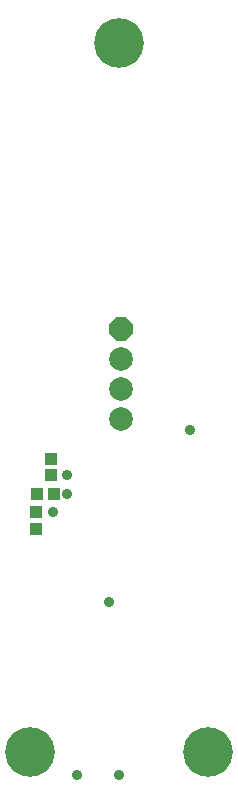
<source format=gbs>
G04 Layer_Color=16711935*
%FSLAX44Y44*%
%MOMM*%
G71*
G01*
G75*
%ADD26R,1.0532X1.0532*%
%ADD27R,1.0532X1.0532*%
%ADD30P,2.1683X8X292.5*%
%ADD31C,2.0032*%
%ADD32C,4.2032*%
%ADD33C,0.9032*%
D26*
X30000Y277750D02*
D03*
Y263750D02*
D03*
X42750Y309250D02*
D03*
Y323250D02*
D03*
D27*
X44750Y293500D02*
D03*
X30750D02*
D03*
D30*
X101250Y433150D02*
D03*
D31*
Y407750D02*
D03*
Y382350D02*
D03*
Y356950D02*
D03*
D32*
X25000Y75000D02*
D03*
X175000D02*
D03*
X100000Y675000D02*
D03*
D33*
X44250Y277750D02*
D03*
X56000Y309250D02*
D03*
Y293500D02*
D03*
X64000Y55750D02*
D03*
X91500Y201750D02*
D03*
X160250Y347250D02*
D03*
X100000Y55750D02*
D03*
M02*

</source>
